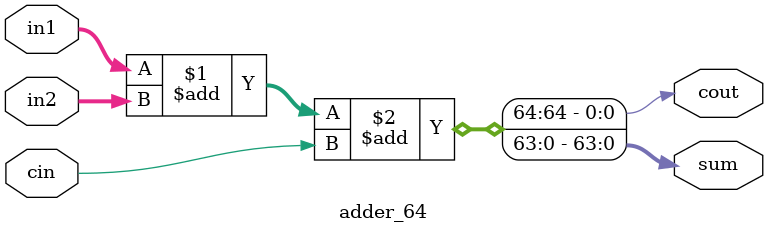
<source format=v>
module adder_64(output [63:0] sum,
                      output cout,
                      input [63:0] in1, in2,
                      input cin);

    assign {cout, sum} = in1 + in2 + cin;

endmodule
</source>
